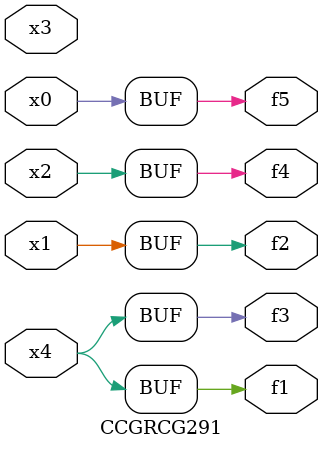
<source format=v>
module CCGRCG291(
	input x0, x1, x2, x3, x4,
	output f1, f2, f3, f4, f5
);
	assign f1 = x4;
	assign f2 = x1;
	assign f3 = x4;
	assign f4 = x2;
	assign f5 = x0;
endmodule

</source>
